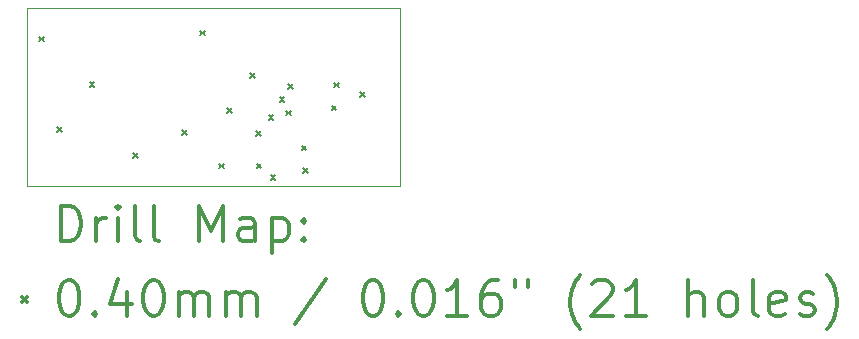
<source format=gbr>
%FSLAX45Y45*%
G04 Gerber Fmt 4.5, Leading zero omitted, Abs format (unit mm)*
G04 Created by KiCad (PCBNEW 5.1.9+dfsg1-1) date 2022-10-17 14:32:34*
%MOMM*%
%LPD*%
G01*
G04 APERTURE LIST*
%TA.AperFunction,Profile*%
%ADD10C,0.050000*%
%TD*%
%ADD11C,0.200000*%
%ADD12C,0.300000*%
G04 APERTURE END LIST*
D10*
X2744978Y-6793738D02*
X2744978Y-5287518D01*
X5902198Y-6793738D02*
X2744978Y-6793738D01*
X5902198Y-5287518D02*
X5902198Y-6793738D01*
X2744978Y-5287518D02*
X5902198Y-5287518D01*
D11*
X2845000Y-5530000D02*
X2885000Y-5570000D01*
X2885000Y-5530000D02*
X2845000Y-5570000D01*
X3000000Y-6295000D02*
X3040000Y-6335000D01*
X3040000Y-6295000D02*
X3000000Y-6335000D01*
X3272348Y-5915472D02*
X3312348Y-5955472D01*
X3312348Y-5915472D02*
X3272348Y-5955472D01*
X3640000Y-6515000D02*
X3680000Y-6555000D01*
X3680000Y-6515000D02*
X3640000Y-6555000D01*
X4055000Y-6322500D02*
X4095000Y-6362500D01*
X4095000Y-6322500D02*
X4055000Y-6362500D01*
X4209608Y-5478592D02*
X4249608Y-5518592D01*
X4249608Y-5478592D02*
X4209608Y-5518592D01*
X4369120Y-6604320D02*
X4409120Y-6644320D01*
X4409120Y-6604320D02*
X4369120Y-6644320D01*
X4435000Y-6132500D02*
X4475000Y-6172500D01*
X4475000Y-6132500D02*
X4435000Y-6172500D01*
X4632772Y-5837748D02*
X4672772Y-5877748D01*
X4672772Y-5837748D02*
X4632772Y-5877748D01*
X4681540Y-6328730D02*
X4721540Y-6368730D01*
X4721540Y-6328730D02*
X4681540Y-6368730D01*
X4687636Y-6604320D02*
X4727636Y-6644320D01*
X4727636Y-6604320D02*
X4687636Y-6644320D01*
X4789744Y-6193856D02*
X4829744Y-6233856D01*
X4829744Y-6193856D02*
X4789744Y-6233856D01*
X4804984Y-6700840D02*
X4844984Y-6740840D01*
X4844984Y-6700840D02*
X4804984Y-6740840D01*
X4880930Y-6040440D02*
X4920930Y-6080440D01*
X4920930Y-6040440D02*
X4880930Y-6080440D01*
X4938080Y-6156772D02*
X4978080Y-6196772D01*
X4978080Y-6156772D02*
X4938080Y-6196772D01*
X4955860Y-5933760D02*
X4995860Y-5973760D01*
X4995860Y-5933760D02*
X4955860Y-5973760D01*
X5069005Y-6453305D02*
X5109005Y-6493305D01*
X5109005Y-6453305D02*
X5069005Y-6493305D01*
X5080574Y-6641150D02*
X5120574Y-6681150D01*
X5120574Y-6641150D02*
X5080574Y-6681150D01*
X5322890Y-6112830D02*
X5362890Y-6152830D01*
X5362890Y-6112830D02*
X5322890Y-6152830D01*
X5342448Y-5919028D02*
X5382448Y-5959028D01*
X5382448Y-5919028D02*
X5342448Y-5959028D01*
X5563174Y-5997006D02*
X5603174Y-6037006D01*
X5603174Y-5997006D02*
X5563174Y-6037006D01*
D12*
X3028906Y-7261952D02*
X3028906Y-6961952D01*
X3100335Y-6961952D01*
X3143192Y-6976238D01*
X3171764Y-7004809D01*
X3186049Y-7033381D01*
X3200335Y-7090524D01*
X3200335Y-7133381D01*
X3186049Y-7190524D01*
X3171764Y-7219095D01*
X3143192Y-7247667D01*
X3100335Y-7261952D01*
X3028906Y-7261952D01*
X3328906Y-7261952D02*
X3328906Y-7061952D01*
X3328906Y-7119095D02*
X3343192Y-7090524D01*
X3357478Y-7076238D01*
X3386049Y-7061952D01*
X3414621Y-7061952D01*
X3514621Y-7261952D02*
X3514621Y-7061952D01*
X3514621Y-6961952D02*
X3500335Y-6976238D01*
X3514621Y-6990524D01*
X3528906Y-6976238D01*
X3514621Y-6961952D01*
X3514621Y-6990524D01*
X3700335Y-7261952D02*
X3671764Y-7247667D01*
X3657478Y-7219095D01*
X3657478Y-6961952D01*
X3857478Y-7261952D02*
X3828906Y-7247667D01*
X3814621Y-7219095D01*
X3814621Y-6961952D01*
X4200335Y-7261952D02*
X4200335Y-6961952D01*
X4300335Y-7176238D01*
X4400335Y-6961952D01*
X4400335Y-7261952D01*
X4671764Y-7261952D02*
X4671764Y-7104809D01*
X4657478Y-7076238D01*
X4628906Y-7061952D01*
X4571764Y-7061952D01*
X4543192Y-7076238D01*
X4671764Y-7247667D02*
X4643192Y-7261952D01*
X4571764Y-7261952D01*
X4543192Y-7247667D01*
X4528906Y-7219095D01*
X4528906Y-7190524D01*
X4543192Y-7161952D01*
X4571764Y-7147667D01*
X4643192Y-7147667D01*
X4671764Y-7133381D01*
X4814621Y-7061952D02*
X4814621Y-7361952D01*
X4814621Y-7076238D02*
X4843192Y-7061952D01*
X4900335Y-7061952D01*
X4928906Y-7076238D01*
X4943192Y-7090524D01*
X4957478Y-7119095D01*
X4957478Y-7204809D01*
X4943192Y-7233381D01*
X4928906Y-7247667D01*
X4900335Y-7261952D01*
X4843192Y-7261952D01*
X4814621Y-7247667D01*
X5086049Y-7233381D02*
X5100335Y-7247667D01*
X5086049Y-7261952D01*
X5071764Y-7247667D01*
X5086049Y-7233381D01*
X5086049Y-7261952D01*
X5086049Y-7076238D02*
X5100335Y-7090524D01*
X5086049Y-7104809D01*
X5071764Y-7090524D01*
X5086049Y-7076238D01*
X5086049Y-7104809D01*
X2702478Y-7736238D02*
X2742478Y-7776238D01*
X2742478Y-7736238D02*
X2702478Y-7776238D01*
X3086049Y-7591952D02*
X3114621Y-7591952D01*
X3143192Y-7606238D01*
X3157478Y-7620524D01*
X3171764Y-7649095D01*
X3186049Y-7706238D01*
X3186049Y-7777667D01*
X3171764Y-7834809D01*
X3157478Y-7863381D01*
X3143192Y-7877667D01*
X3114621Y-7891952D01*
X3086049Y-7891952D01*
X3057478Y-7877667D01*
X3043192Y-7863381D01*
X3028906Y-7834809D01*
X3014621Y-7777667D01*
X3014621Y-7706238D01*
X3028906Y-7649095D01*
X3043192Y-7620524D01*
X3057478Y-7606238D01*
X3086049Y-7591952D01*
X3314621Y-7863381D02*
X3328906Y-7877667D01*
X3314621Y-7891952D01*
X3300335Y-7877667D01*
X3314621Y-7863381D01*
X3314621Y-7891952D01*
X3586049Y-7691952D02*
X3586049Y-7891952D01*
X3514621Y-7577667D02*
X3443192Y-7791952D01*
X3628906Y-7791952D01*
X3800335Y-7591952D02*
X3828906Y-7591952D01*
X3857478Y-7606238D01*
X3871764Y-7620524D01*
X3886049Y-7649095D01*
X3900335Y-7706238D01*
X3900335Y-7777667D01*
X3886049Y-7834809D01*
X3871764Y-7863381D01*
X3857478Y-7877667D01*
X3828906Y-7891952D01*
X3800335Y-7891952D01*
X3771764Y-7877667D01*
X3757478Y-7863381D01*
X3743192Y-7834809D01*
X3728906Y-7777667D01*
X3728906Y-7706238D01*
X3743192Y-7649095D01*
X3757478Y-7620524D01*
X3771764Y-7606238D01*
X3800335Y-7591952D01*
X4028906Y-7891952D02*
X4028906Y-7691952D01*
X4028906Y-7720524D02*
X4043192Y-7706238D01*
X4071764Y-7691952D01*
X4114621Y-7691952D01*
X4143192Y-7706238D01*
X4157478Y-7734809D01*
X4157478Y-7891952D01*
X4157478Y-7734809D02*
X4171764Y-7706238D01*
X4200335Y-7691952D01*
X4243192Y-7691952D01*
X4271764Y-7706238D01*
X4286049Y-7734809D01*
X4286049Y-7891952D01*
X4428906Y-7891952D02*
X4428906Y-7691952D01*
X4428906Y-7720524D02*
X4443192Y-7706238D01*
X4471764Y-7691952D01*
X4514621Y-7691952D01*
X4543192Y-7706238D01*
X4557478Y-7734809D01*
X4557478Y-7891952D01*
X4557478Y-7734809D02*
X4571764Y-7706238D01*
X4600335Y-7691952D01*
X4643192Y-7691952D01*
X4671764Y-7706238D01*
X4686049Y-7734809D01*
X4686049Y-7891952D01*
X5271764Y-7577667D02*
X5014621Y-7963381D01*
X5657478Y-7591952D02*
X5686049Y-7591952D01*
X5714621Y-7606238D01*
X5728906Y-7620524D01*
X5743192Y-7649095D01*
X5757478Y-7706238D01*
X5757478Y-7777667D01*
X5743192Y-7834809D01*
X5728906Y-7863381D01*
X5714621Y-7877667D01*
X5686049Y-7891952D01*
X5657478Y-7891952D01*
X5628906Y-7877667D01*
X5614621Y-7863381D01*
X5600335Y-7834809D01*
X5586049Y-7777667D01*
X5586049Y-7706238D01*
X5600335Y-7649095D01*
X5614621Y-7620524D01*
X5628906Y-7606238D01*
X5657478Y-7591952D01*
X5886049Y-7863381D02*
X5900335Y-7877667D01*
X5886049Y-7891952D01*
X5871764Y-7877667D01*
X5886049Y-7863381D01*
X5886049Y-7891952D01*
X6086049Y-7591952D02*
X6114621Y-7591952D01*
X6143192Y-7606238D01*
X6157478Y-7620524D01*
X6171764Y-7649095D01*
X6186049Y-7706238D01*
X6186049Y-7777667D01*
X6171764Y-7834809D01*
X6157478Y-7863381D01*
X6143192Y-7877667D01*
X6114621Y-7891952D01*
X6086049Y-7891952D01*
X6057478Y-7877667D01*
X6043192Y-7863381D01*
X6028906Y-7834809D01*
X6014621Y-7777667D01*
X6014621Y-7706238D01*
X6028906Y-7649095D01*
X6043192Y-7620524D01*
X6057478Y-7606238D01*
X6086049Y-7591952D01*
X6471764Y-7891952D02*
X6300335Y-7891952D01*
X6386049Y-7891952D02*
X6386049Y-7591952D01*
X6357478Y-7634809D01*
X6328906Y-7663381D01*
X6300335Y-7677667D01*
X6728906Y-7591952D02*
X6671764Y-7591952D01*
X6643192Y-7606238D01*
X6628906Y-7620524D01*
X6600335Y-7663381D01*
X6586049Y-7720524D01*
X6586049Y-7834809D01*
X6600335Y-7863381D01*
X6614621Y-7877667D01*
X6643192Y-7891952D01*
X6700335Y-7891952D01*
X6728906Y-7877667D01*
X6743192Y-7863381D01*
X6757478Y-7834809D01*
X6757478Y-7763381D01*
X6743192Y-7734809D01*
X6728906Y-7720524D01*
X6700335Y-7706238D01*
X6643192Y-7706238D01*
X6614621Y-7720524D01*
X6600335Y-7734809D01*
X6586049Y-7763381D01*
X6871764Y-7591952D02*
X6871764Y-7649095D01*
X6986049Y-7591952D02*
X6986049Y-7649095D01*
X7428906Y-8006238D02*
X7414621Y-7991952D01*
X7386049Y-7949095D01*
X7371764Y-7920524D01*
X7357478Y-7877667D01*
X7343192Y-7806238D01*
X7343192Y-7749095D01*
X7357478Y-7677667D01*
X7371764Y-7634809D01*
X7386049Y-7606238D01*
X7414621Y-7563381D01*
X7428906Y-7549095D01*
X7528906Y-7620524D02*
X7543192Y-7606238D01*
X7571764Y-7591952D01*
X7643192Y-7591952D01*
X7671764Y-7606238D01*
X7686049Y-7620524D01*
X7700335Y-7649095D01*
X7700335Y-7677667D01*
X7686049Y-7720524D01*
X7514621Y-7891952D01*
X7700335Y-7891952D01*
X7986049Y-7891952D02*
X7814621Y-7891952D01*
X7900335Y-7891952D02*
X7900335Y-7591952D01*
X7871764Y-7634809D01*
X7843192Y-7663381D01*
X7814621Y-7677667D01*
X8343192Y-7891952D02*
X8343192Y-7591952D01*
X8471764Y-7891952D02*
X8471764Y-7734809D01*
X8457478Y-7706238D01*
X8428906Y-7691952D01*
X8386049Y-7691952D01*
X8357478Y-7706238D01*
X8343192Y-7720524D01*
X8657478Y-7891952D02*
X8628906Y-7877667D01*
X8614621Y-7863381D01*
X8600335Y-7834809D01*
X8600335Y-7749095D01*
X8614621Y-7720524D01*
X8628906Y-7706238D01*
X8657478Y-7691952D01*
X8700335Y-7691952D01*
X8728906Y-7706238D01*
X8743192Y-7720524D01*
X8757478Y-7749095D01*
X8757478Y-7834809D01*
X8743192Y-7863381D01*
X8728906Y-7877667D01*
X8700335Y-7891952D01*
X8657478Y-7891952D01*
X8928906Y-7891952D02*
X8900335Y-7877667D01*
X8886049Y-7849095D01*
X8886049Y-7591952D01*
X9157478Y-7877667D02*
X9128906Y-7891952D01*
X9071764Y-7891952D01*
X9043192Y-7877667D01*
X9028906Y-7849095D01*
X9028906Y-7734809D01*
X9043192Y-7706238D01*
X9071764Y-7691952D01*
X9128906Y-7691952D01*
X9157478Y-7706238D01*
X9171764Y-7734809D01*
X9171764Y-7763381D01*
X9028906Y-7791952D01*
X9286049Y-7877667D02*
X9314621Y-7891952D01*
X9371764Y-7891952D01*
X9400335Y-7877667D01*
X9414621Y-7849095D01*
X9414621Y-7834809D01*
X9400335Y-7806238D01*
X9371764Y-7791952D01*
X9328906Y-7791952D01*
X9300335Y-7777667D01*
X9286049Y-7749095D01*
X9286049Y-7734809D01*
X9300335Y-7706238D01*
X9328906Y-7691952D01*
X9371764Y-7691952D01*
X9400335Y-7706238D01*
X9514621Y-8006238D02*
X9528906Y-7991952D01*
X9557478Y-7949095D01*
X9571764Y-7920524D01*
X9586049Y-7877667D01*
X9600335Y-7806238D01*
X9600335Y-7749095D01*
X9586049Y-7677667D01*
X9571764Y-7634809D01*
X9557478Y-7606238D01*
X9528906Y-7563381D01*
X9514621Y-7549095D01*
M02*

</source>
